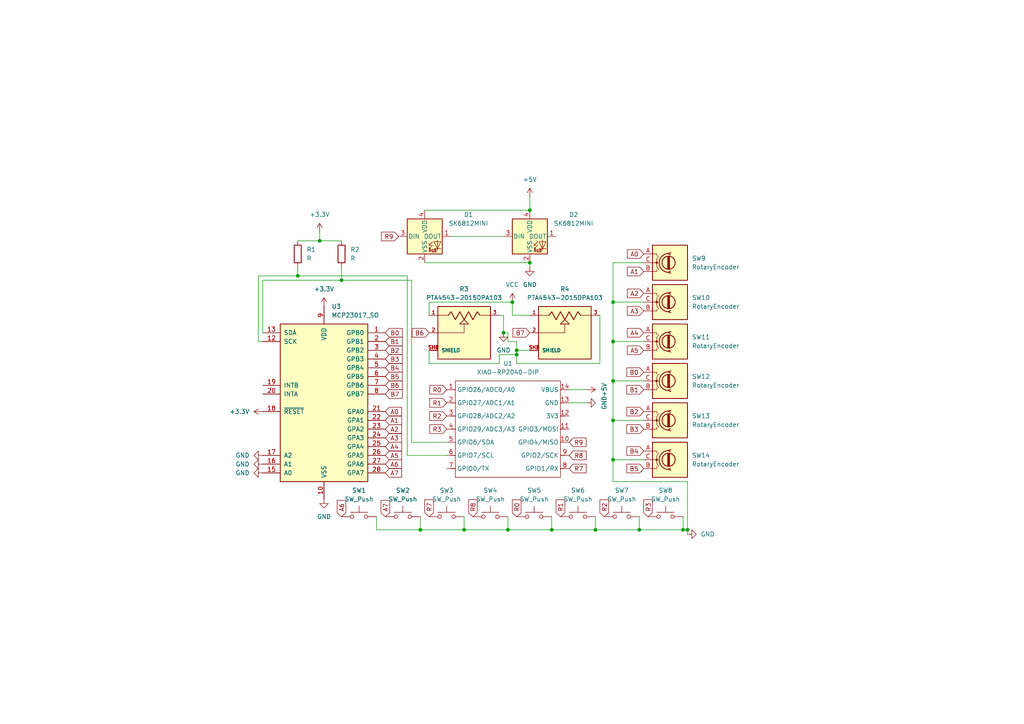
<source format=kicad_sch>
(kicad_sch (version 20231120) (generator "eeschema") (generator_version "8.0")
  (paper "A4")
  (lib_symbols
    (symbol "Device:R" (pin_numbers hide) (pin_names (offset 0))
      (property "Reference" "R" (at 2.032 0 90))
      (property "Value" "R" (at 0 0 90))
      (symbol "R_0_1"
        (rectangle (start -1.016 -2.54) (end 1.016 2.54) (stroke (width 0.254)))
      )
      (symbol "R_1_1"
        (pin passive line (at 0 3.81 270) (length 1.27) (name "~") (number "1"))
        (pin passive line (at 0 -3.81 90) (length 1.27) (name "~") (number "2"))
      )
    )
    (symbol "Device:RotaryEncoder" (pin_names (offset 0.254) hide)
      (property "Reference" "SW" (at 0 6.604 0))
      (property "Value" "RotaryEncoder" (at 0 -6.604 0))
      (symbol "RotaryEncoder_0_1"
        (rectangle (start -5.08 5.08) (end 5.08 -5.08) (stroke (width 0.254)) (fill (type background)))
        (circle (center -3.81 0) (radius 0.254) (fill (type outline)))
        (circle (center -0.381 0) (radius 1.905) (stroke (width 0.254)))
        (arc (start -0.381 2.667) (mid -3.0988 -0.0635) (end -0.381 -2.794) (stroke (width 0.254)))
        (polyline (pts (xy -0.635 -1.778) (xy -0.635 1.778)) (stroke (width 0.254)))
        (polyline (pts (xy -0.381 -1.778) (xy -0.381 1.778)) (stroke (width 0.254)))
        (polyline (pts (xy -0.127 1.778) (xy -0.127 -1.778)) (stroke (width 0.254)))
        (polyline (pts (xy -5.08 -2.54) (xy -3.81 -2.54) (xy -3.81 -2.032)))
        (polyline (pts (xy -5.08 2.54) (xy -3.81 2.54) (xy -3.81 2.032)))
        (polyline (pts (xy 0.254 -3.048) (xy -0.508 -2.794) (xy 0.127 -2.413)) (stroke (width 0.254)))
        (polyline (pts (xy 0.254 2.921) (xy -0.508 2.667) (xy 0.127 2.286)) (stroke (width 0.254)))
        (polyline (pts (xy -5.08 0) (xy -3.81 0) (xy -3.81 -1.016) (xy -3.302 -2.032)))
        (polyline (pts (xy -4.318 0) (xy -3.81 0) (xy -3.81 1.016) (xy -3.302 2.032)))
      )
      (symbol "RotaryEncoder_1_1"
        (pin passive line (at -7.62 2.54 0) (length 2.54) (name "A") (number "A"))
        (pin passive line (at -7.62 -2.54 0) (length 2.54) (name "B") (number "B"))
        (pin passive line (at -7.62 0 0) (length 2.54) (name "C") (number "C"))
      )
    )
    (symbol "Interface_Expansion:MCP23017_SO" (pin_names (offset 1.016))
      (property "Reference" "U" (at -11.43 24.13 0))
      (property "Value" "MCP23017_SO" (at 0 0 0))
      (symbol "MCP23017_SO_0_1"
        (rectangle (start -12.7 22.86) (end 12.7 -22.86) (stroke (width 0.254)) (fill (type background)))
      )
      (symbol "MCP23017_SO_1_1"
        (pin bidirectional line (at 17.78 20.32 180) (length 5.08) (name "GPB0") (number "1"))
        (pin power_in line (at 0 -27.94 90) (length 5.08) (name "VSS") (number "10"))
        (pin no_connect line (at -12.7 15.24 0) (length 5.08) hide (name "NC") (number "11"))
        (pin input line (at -17.78 17.78 0) (length 5.08) (name "SCK") (number "12"))
        (pin bidirectional line (at -17.78 20.32 0) (length 5.08) (name "SDA") (number "13"))
        (pin no_connect line (at -12.7 12.7 0) (length 5.08) hide (name "NC") (number "14"))
        (pin input line (at -17.78 -20.32 0) (length 5.08) (name "A0") (number "15"))
        (pin input line (at -17.78 -17.78 0) (length 5.08) (name "A1") (number "16"))
        (pin input line (at -17.78 -15.24 0) (length 5.08) (name "A2") (number "17"))
        (pin input line (at -17.78 -2.54 0) (length 5.08) (name "~{RESET}") (number "18"))
        (pin tri_state line (at -17.78 5.08 0) (length 5.08) (name "INTB") (number "19"))
        (pin bidirectional line (at 17.78 17.78 180) (length 5.08) (name "GPB1") (number "2"))
        (pin tri_state line (at -17.78 2.54 0) (length 5.08) (name "INTA") (number "20"))
        (pin bidirectional line (at 17.78 -2.54 180) (length 5.08) (name "GPA0") (number "21"))
        (pin bidirectional line (at 17.78 -5.08 180) (length 5.08) (name "GPA1") (number "22"))
        (pin bidirectional line (at 17.78 -7.62 180) (length 5.08) (name "GPA2") (number "23"))
        (pin bidirectional line (at 17.78 -10.16 180) (length 5.08) (name "GPA3") (number "24"))
        (pin bidirectional line (at 17.78 -12.7 180) (length 5.08) (name "GPA4") (number "25"))
        (pin bidirectional line (at 17.78 -15.24 180) (length 5.08) (name "GPA5") (number "26"))
        (pin bidirectional line (at 17.78 -17.78 180) (length 5.08) (name "GPA6") (number "27"))
        (pin output line (at 17.78 -20.32 180) (length 5.08) (name "GPA7") (number "28"))
        (pin bidirectional line (at 17.78 15.24 180) (length 5.08) (name "GPB2") (number "3"))
        (pin bidirectional line (at 17.78 12.7 180) (length 5.08) (name "GPB3") (number "4"))
        (pin bidirectional line (at 17.78 10.16 180) (length 5.08) (name "GPB4") (number "5"))
        (pin bidirectional line (at 17.78 7.62 180) (length 5.08) (name "GPB5") (number "6"))
        (pin bidirectional line (at 17.78 5.08 180) (length 5.08) (name "GPB6") (number "7"))
        (pin output line (at 17.78 2.54 180) (length 5.08) (name "GPB7") (number "8"))
        (pin power_in line (at 0 27.94 270) (length 5.08) (name "VDD") (number "9"))
      )
    )
    (symbol "LED:SK6812MINI" (pin_names (offset 0.254))
      (property "Reference" "D" (at 5.08 5.715 0))
      (property "Value" "SK6812MINI" (at 1.27 -5.715 0))
      (symbol "SK6812MINI_0_0"
        (text "RGB" (at 2.286 -4.191 0) (effects (font (size 0.762 0.762))))
      )
      (symbol "SK6812MINI_0_1"
        (polyline (pts (xy 1.27 -3.556) (xy 1.778 -3.556)))
        (polyline (pts (xy 1.27 -2.54) (xy 1.778 -2.54)))
        (polyline (pts (xy 4.699 -3.556) (xy 2.667 -3.556)))
        (polyline (pts (xy 2.286 -2.54) (xy 1.27 -3.556) (xy 1.27 -3.048)))
        (polyline (pts (xy 2.286 -1.524) (xy 1.27 -2.54) (xy 1.27 -2.032)))
        (polyline (pts (xy 3.683 -1.016) (xy 3.683 -3.556) (xy 3.683 -4.064)))
        (polyline (pts (xy 4.699 -1.524) (xy 2.667 -1.524) (xy 3.683 -3.556) (xy 4.699 -1.524)))
        (rectangle (start 5.08 5.08) (end -5.08 -5.08) (stroke (width 0.254)) (fill (type background)))
      )
      (symbol "SK6812MINI_1_1"
        (pin output line (at 7.62 0 180) (length 2.54) (name "DOUT") (number "1"))
        (pin power_in line (at 0 -7.62 90) (length 2.54) (name "VSS") (number "2"))
        (pin input line (at -7.62 0 0) (length 2.54) (name "DIN") (number "3"))
        (pin power_in line (at 0 7.62 270) (length 2.54) (name "VDD") (number "4"))
      )
    )
    (symbol "OPL:PTA4543-2015DPA103" (pin_names (offset 1.016))
      (property "Reference" "R" (at -7.62 8.382 0))
      (property "Value" "PTA4543-2015DPA103" (at -7.62 -10.16 0))
      (symbol "PTA4543-2015DPA103_0_0"
        (rectangle (start -7.62 -7.62) (end 7.62 7.62) (stroke (width 0.254)) (fill (type background)))
        (polyline (pts (xy -7.62 5.08) (xy -4.572 5.08)) (stroke (width 0.1524)))
        (polyline (pts (xy -4.572 5.08) (xy -3.81 6.096)) (stroke (width 0.254)))
        (polyline (pts (xy -3.81 6.096) (xy -2.54 3.81)) (stroke (width 0.254)))
        (polyline (pts (xy -2.54 3.81) (xy -1.27 6.096)) (stroke (width 0.254)))
        (polyline (pts (xy -1.27 2.54) (xy 0 3.81)) (stroke (width 0.2032)))
        (polyline (pts (xy -1.27 6.096) (xy 0 3.81)) (stroke (width 0.254)))
        (polyline (pts (xy 0 0) (xy -7.62 0)) (stroke (width 0.1524)))
        (polyline (pts (xy 0 2.54) (xy -1.27 2.54)) (stroke (width 0.2032)))
        (polyline (pts (xy 0 2.54) (xy 0 0)) (stroke (width 0.1524)))
        (polyline (pts (xy 0 3.81) (xy 1.27 2.54)) (stroke (width 0.2032)))
        (polyline (pts (xy 0 3.81) (xy 1.27 6.096)) (stroke (width 0.254)))
        (polyline (pts (xy 1.27 2.54) (xy 0 2.54)) (stroke (width 0.2032)))
        (polyline (pts (xy 1.27 6.096) (xy 2.54 3.81)) (stroke (width 0.254)))
        (polyline (pts (xy 2.54 3.81) (xy 3.81 6.096)) (stroke (width 0.254)))
        (polyline (pts (xy 3.81 6.096) (xy 4.572 5.08)) (stroke (width 0.254)))
        (polyline (pts (xy 4.572 5.08) (xy 7.62 5.08)) (stroke (width 0.1524)))
        (pin passive line (at -10.16 5.08 0) (length 2.54) (name "~") (number "1"))
        (pin passive line (at -10.16 0 0) (length 2.54) (name "~") (number "2"))
        (pin passive line (at 10.16 5.08 180) (length 2.54) (name "~") (number "3"))
        (pin passive line (at -10.16 -5.08 0) (length 2.54) (name "SHIELD") (number "SH1"))
        (pin passive line (at -10.16 -5.08 0) (length 2.54) (name "SHIELD") (number "SH2"))
        (pin passive line (at -10.16 -5.08 0) (length 2.54) (name "SHIELD") (number "SH3"))
        (pin passive line (at -10.16 -5.08 0) (length 2.54) (name "SHIELD") (number "SH4"))
      )
    )
    (symbol "OPL:XIAO-RP2040-DIP"
      (property "Reference" "U" (at 0 0 0))
      (property "Value" "XIAO-RP2040-DIP" (at 5.334 -1.778 0))
      (symbol "XIAO-RP2040-DIP_1_0"
        (polyline (pts (xy -1.27 -30.48) (xy -1.27 -16.51)) (stroke (width 0.1524)))
        (polyline (pts (xy -1.27 -27.94) (xy -2.54 -27.94)) (stroke (width 0.1524)))
        (polyline (pts (xy -1.27 -24.13) (xy -2.54 -24.13)) (stroke (width 0.1524)))
        (polyline (pts (xy -1.27 -20.32) (xy -2.54 -20.32)) (stroke (width 0.1524)))
        (polyline (pts (xy -1.27 -16.51) (xy -2.54 -16.51)) (stroke (width 0.1524)))
        (polyline (pts (xy -1.27 -16.51) (xy -1.27 -12.7)) (stroke (width 0.1524)))
        (polyline (pts (xy -1.27 -12.7) (xy -2.54 -12.7)) (stroke (width 0.1524)))
        (polyline (pts (xy -1.27 -12.7) (xy -1.27 -8.89)) (stroke (width 0.1524)))
        (polyline (pts (xy -1.27 -8.89) (xy -2.54 -8.89)) (stroke (width 0.1524)))
        (polyline (pts (xy -1.27 -8.89) (xy -1.27 -5.08)) (stroke (width 0.1524)))
        (polyline (pts (xy -1.27 -5.08) (xy -2.54 -5.08)) (stroke (width 0.1524)))
        (polyline (pts (xy -1.27 -5.08) (xy -1.27 -2.54)) (stroke (width 0.1524)))
        (polyline (pts (xy -1.27 -2.54) (xy 29.21 -2.54)) (stroke (width 0.1524)))
        (polyline (pts (xy 29.21 -30.48) (xy -1.27 -30.48)) (stroke (width 0.1524)))
        (polyline (pts (xy 29.21 -12.7) (xy 29.21 -30.48)) (stroke (width 0.1524)))
        (polyline (pts (xy 29.21 -8.89) (xy 29.21 -12.7)) (stroke (width 0.1524)))
        (polyline (pts (xy 29.21 -5.08) (xy 29.21 -8.89)) (stroke (width 0.1524)))
        (polyline (pts (xy 29.21 -2.54) (xy 29.21 -5.08)) (stroke (width 0.1524)))
        (polyline (pts (xy 30.48 -27.94) (xy 29.21 -27.94)) (stroke (width 0.1524)))
        (polyline (pts (xy 30.48 -24.13) (xy 29.21 -24.13)) (stroke (width 0.1524)))
        (polyline (pts (xy 30.48 -20.32) (xy 29.21 -20.32)) (stroke (width 0.1524)))
        (polyline (pts (xy 30.48 -16.51) (xy 29.21 -16.51)) (stroke (width 0.1524)))
        (polyline (pts (xy 30.48 -12.7) (xy 29.21 -12.7)) (stroke (width 0.1524)))
        (polyline (pts (xy 30.48 -8.89) (xy 29.21 -8.89)) (stroke (width 0.1524)))
        (polyline (pts (xy 30.48 -5.08) (xy 29.21 -5.08)) (stroke (width 0.1524)))
        (pin passive line (at -3.81 -5.08 0) (length 2.54) (name "GPIO26/ADC0/A0") (number "1"))
        (pin passive line (at 31.75 -20.32 180) (length 2.54) (name "GPIO4/MISO") (number "10"))
        (pin passive line (at 31.75 -16.51 180) (length 2.54) (name "GPIO3/MOSI") (number "11"))
        (pin passive line (at 31.75 -12.7 180) (length 2.54) (name "3V3") (number "12"))
        (pin passive line (at 31.75 -8.89 180) (length 2.54) (name "GND") (number "13"))
        (pin passive line (at 31.75 -5.08 180) (length 2.54) (name "VBUS") (number "14"))
        (pin passive line (at -3.81 -8.89 0) (length 2.54) (name "GPIO27/ADC1/A1") (number "2"))
        (pin passive line (at -3.81 -12.7 0) (length 2.54) (name "GPIO28/ADC2/A2") (number "3"))
        (pin passive line (at -3.81 -16.51 0) (length 2.54) (name "GPIO29/ADC3/A3") (number "4"))
        (pin passive line (at -3.81 -20.32 0) (length 2.54) (name "GPIO6/SDA") (number "5"))
        (pin passive line (at -3.81 -24.13 0) (length 2.54) (name "GPIO7/SCL") (number "6"))
        (pin passive line (at -3.81 -27.94 0) (length 2.54) (name "GPIO0/TX") (number "7"))
        (pin passive line (at 31.75 -27.94 180) (length 2.54) (name "GPIO1/RX") (number "8"))
        (pin passive line (at 31.75 -24.13 180) (length 2.54) (name "GPIO2/SCK") (number "9"))
      )
    )
    (symbol "Switch:SW_Push" (pin_numbers hide) (pin_names (offset 1.016) hide)
      (property "Reference" "SW" (at 1.27 2.54 0))
      (property "Value" "SW_Push" (at 0 -1.524 0))
      (symbol "SW_Push_0_1"
        (circle (center -2.032 0) (radius 0.508))
        (polyline (pts (xy 0 1.27) (xy 0 3.048)))
        (polyline (pts (xy 2.54 1.27) (xy -2.54 1.27)))
        (circle (center 2.032 0) (radius 0.508))
        (pin passive line (at -5.08 0 0) (length 2.54) (name "1") (number "1"))
        (pin passive line (at 5.08 0 180) (length 2.54) (name "2") (number "2"))
      )
    )
    (symbol "power:+3.3V" (power) (pin_numbers hide) (pin_names (offset 0) hide)
      (property "Value" "+3.3V" (at 0 3.556 0))
      (symbol "+3.3V_0_1"
        (polyline (pts (xy -0.762 1.27) (xy 0 2.54)))
        (polyline (pts (xy 0 0) (xy 0 2.54)))
        (polyline (pts (xy 0 2.54) (xy 0.762 1.27)))
      )
      (symbol "+3.3V_1_1"
        (pin power_in line (at 0 0 90) (length 0) (name "~") (number "1"))
      )
    )
    (symbol "power:+5V" (power) (pin_numbers hide) (pin_names (offset 0) hide)
      (property "Value" "+5V" (at 0 3.556 0))
      (symbol "+5V_0_1"
        (polyline (pts (xy -0.762 1.27) (xy 0 2.54)))
        (polyline (pts (xy 0 0) (xy 0 2.54)))
        (polyline (pts (xy 0 2.54) (xy 0.762 1.27)))
      )
      (symbol "+5V_1_1"
        (pin power_in line (at 0 0 90) (length 0) (name "~") (number "1"))
      )
    )
    (symbol "power:GND" (power) (pin_numbers hide) (pin_names (offset 0) hide)
      (property "Value" "GND" (at 0 -3.81 0))
      (symbol "GND_0_1"
        (polyline (pts (xy 0 0) (xy 0 -1.27) (xy 1.27 -1.27) (xy 0 -2.54) (xy -1.27 -1.27) (xy 0 -1.27)))
      )
      (symbol "GND_1_1"
        (pin power_in line (at 0 0 270) (length 0) (name "~") (number "1"))
      )
    )
    (symbol "power:VCC" (power) (pin_numbers hide) (pin_names (offset 0) hide)
      (property "Value" "VCC" (at 0 3.556 0))
      (symbol "VCC_0_1"
        (polyline (pts (xy -0.762 1.27) (xy 0 2.54)))
        (polyline (pts (xy 0 0) (xy 0 2.54)))
        (polyline (pts (xy 0 2.54) (xy 0.762 1.27)))
      )
      (symbol "VCC_1_1"
        (pin power_in line (at 0 0 90) (length 0) (name "~") (number "1"))
      )
    )
  )
  (junction (at 153.67 76.2))
  (junction (at 134.62 153.67))
  (junction (at 92.71 69.85))
  (junction (at 177.8 133.35))
  (junction (at 185.42 153.67))
  (junction (at 149.86 101.6))
  (junction (at 121.92 153.67))
  (junction (at 153.67 60.96))
  (junction (at 177.8 87.63))
  (junction (at 99.06 81.28))
  (junction (at 199.39 153.67))
  (junction (at 160.02 153.67))
  (junction (at 148.59 87.63))
  (junction (at 172.72 153.67))
  (junction (at 198.12 153.67))
  (junction (at 146.05 96.52))
  (junction (at 149.86 102.87))
  (junction (at 86.36 80.01))
  (junction (at 177.8 110.49))
  (junction (at 177.8 99.06))
  (junction (at 177.8 121.92))
  (junction (at 147.32 153.67))
  (wire (pts (xy 124.46 105.41) (xy 144.78 105.41)))
  (wire (pts (xy 185.42 149.86) (xy 185.42 153.67)))
  (wire (pts (xy 109.22 153.67) (xy 121.92 153.67)))
  (wire (pts (xy 198.12 149.86) (xy 198.12 153.67)))
  (wire (pts (xy 173.99 105.41) (xy 149.86 105.41)))
  (wire (pts (xy 134.62 153.67) (xy 147.32 153.67)))
  (wire (pts (xy 123.19 76.2) (xy 153.67 76.2)))
  (wire (pts (xy 149.86 101.6) (xy 153.67 101.6)))
  (wire (pts (xy 147.32 96.52) (xy 146.05 96.52)))
  (wire (pts (xy 92.71 69.85) (xy 92.71 67.31)))
  (wire (pts (xy 144.78 91.44) (xy 146.05 91.44)))
  (wire (pts (xy 177.8 99.06) (xy 177.8 110.49)))
  (wire (pts (xy 134.62 149.86) (xy 134.62 153.67)))
  (wire (pts (xy 146.05 91.44) (xy 146.05 96.52)))
  (wire (pts (xy 109.22 149.86) (xy 109.22 153.67)))
  (wire (pts (xy 199.39 153.67) (xy 199.39 154.94)))
  (wire (pts (xy 74.93 80.01) (xy 86.36 80.01)))
  (wire (pts (xy 147.32 149.86) (xy 147.32 153.67)))
  (wire (pts (xy 121.92 149.86) (xy 121.92 153.67)))
  (wire (pts (xy 148.59 91.44) (xy 148.59 87.63)))
  (wire (pts (xy 76.2 81.28) (xy 99.06 81.28)))
  (wire (pts (xy 165.1 116.84) (xy 170.18 116.84)))
  (wire (pts (xy 99.06 81.28) (xy 119.38 81.28)))
  (wire (pts (xy 119.38 81.28) (xy 119.38 128.27)))
  (wire (pts (xy 149.86 105.41) (xy 149.86 102.87)))
  (wire (pts (xy 147.32 153.67) (xy 160.02 153.67)))
  (wire (pts (xy 177.8 133.35) (xy 177.8 139.7)))
  (wire (pts (xy 172.72 153.67) (xy 185.42 153.67)))
  (wire (pts (xy 172.72 149.86) (xy 172.72 153.67)))
  (wire (pts (xy 123.19 60.96) (xy 153.67 60.96)))
  (wire (pts (xy 124.46 87.63) (xy 148.59 87.63)))
  (wire (pts (xy 177.8 99.06) (xy 186.69 99.06)))
  (wire (pts (xy 160.02 153.67) (xy 172.72 153.67)))
  (wire (pts (xy 199.39 139.7) (xy 199.39 153.67)))
  (wire (pts (xy 144.78 105.41) (xy 144.78 102.87)))
  (wire (pts (xy 149.86 99.06) (xy 147.32 99.06)))
  (wire (pts (xy 76.2 99.06) (xy 74.93 99.06)))
  (wire (pts (xy 99.06 69.85) (xy 92.71 69.85)))
  (wire (pts (xy 173.99 91.44) (xy 173.99 105.41)))
  (wire (pts (xy 153.67 76.2) (xy 153.67 77.47)))
  (wire (pts (xy 118.11 80.01) (xy 118.11 132.08)))
  (wire (pts (xy 165.1 113.03) (xy 170.18 113.03)))
  (wire (pts (xy 74.93 99.06) (xy 74.93 80.01)))
  (wire (pts (xy 177.8 110.49) (xy 186.69 110.49)))
  (wire (pts (xy 177.8 87.63) (xy 177.8 99.06)))
  (wire (pts (xy 86.36 80.01) (xy 118.11 80.01)))
  (wire (pts (xy 86.36 77.47) (xy 86.36 80.01)))
  (wire (pts (xy 86.36 69.85) (xy 92.71 69.85)))
  (wire (pts (xy 186.69 76.2) (xy 177.8 76.2)))
  (wire (pts (xy 118.11 132.08) (xy 129.54 132.08)))
  (wire (pts (xy 121.92 153.67) (xy 134.62 153.67)))
  (wire (pts (xy 177.8 139.7) (xy 199.39 139.7)))
  (wire (pts (xy 119.38 128.27) (xy 129.54 128.27)))
  (wire (pts (xy 153.67 60.96) (xy 153.67 57.15)))
  (wire (pts (xy 177.8 110.49) (xy 177.8 121.92)))
  (wire (pts (xy 153.67 91.44) (xy 148.59 91.44)))
  (wire (pts (xy 160.02 149.86) (xy 160.02 153.67)))
  (wire (pts (xy 149.86 101.6) (xy 149.86 99.06)))
  (wire (pts (xy 177.8 121.92) (xy 186.69 121.92)))
  (wire (pts (xy 177.8 87.63) (xy 186.69 87.63)))
  (wire (pts (xy 185.42 153.67) (xy 198.12 153.67)))
  (wire (pts (xy 198.12 153.67) (xy 199.39 153.67)))
  (wire (pts (xy 177.8 121.92) (xy 177.8 133.35)))
  (wire (pts (xy 186.69 133.35) (xy 177.8 133.35)))
  (wire (pts (xy 147.32 99.06) (xy 147.32 96.52)))
  (wire (pts (xy 144.78 102.87) (xy 149.86 102.87)))
  (wire (pts (xy 177.8 76.2) (xy 177.8 87.63)))
  (wire (pts (xy 130.81 68.58) (xy 146.05 68.58)))
  (wire (pts (xy 124.46 101.6) (xy 124.46 105.41)))
  (wire (pts (xy 99.06 77.47) (xy 99.06 81.28)))
  (wire (pts (xy 124.46 91.44) (xy 124.46 87.63)))
  (wire (pts (xy 149.86 102.87) (xy 149.86 101.6)))
  (wire (pts (xy 76.2 96.52) (xy 76.2 81.28)))
  (global_label "B1" (shape input) (at 186.69 113.03 180) (property "Intersheetrefs" "${INTERSHEET_REFS}" (effects (hide yes))))
  (global_label "B0" (shape input) (at 111.76 96.52 0) (property "Intersheetrefs" "${INTERSHEET_REFS}" (effects (hide yes))))
  (global_label "B5" (shape input) (at 111.76 109.22 0) (property "Intersheetrefs" "${INTERSHEET_REFS}" (effects (hide yes))))
  (global_label "B1" (shape input) (at 111.76 99.06 0) (property "Intersheetrefs" "${INTERSHEET_REFS}" (effects (hide yes))))
  (global_label "A0" (shape input) (at 111.76 119.38 0) (property "Intersheetrefs" "${INTERSHEET_REFS}" (effects (hide yes))))
  (global_label "B4" (shape input) (at 186.69 130.81 180) (property "Intersheetrefs" "${INTERSHEET_REFS}" (effects (hide yes))))
  (global_label "R7" (shape input) (at 165.1 135.89 0) (property "Intersheetrefs" "${INTERSHEET_REFS}" (effects (hide yes))))
  (global_label "A2" (shape input) (at 186.69 85.09 180) (property "Intersheetrefs" "${INTERSHEET_REFS}" (effects (hide yes))))
  (global_label "R7" (shape input) (at 124.46 149.86 90) (property "Intersheetrefs" "${INTERSHEET_REFS}" (effects (hide yes))))
  (global_label "B6" (shape input) (at 111.76 111.76 0) (property "Intersheetrefs" "${INTERSHEET_REFS}" (effects (hide yes))))
  (global_label "A0" (shape input) (at 186.69 73.66 180) (property "Intersheetrefs" "${INTERSHEET_REFS}" (effects (hide yes))))
  (global_label "A4" (shape input) (at 186.69 96.52 180) (property "Intersheetrefs" "${INTERSHEET_REFS}" (effects (hide yes))))
  (global_label "A3" (shape input) (at 186.69 90.17 180) (property "Intersheetrefs" "${INTERSHEET_REFS}" (effects (hide yes))))
  (global_label "R0" (shape input) (at 149.86 149.86 90) (property "Intersheetrefs" "${INTERSHEET_REFS}" (effects (hide yes))))
  (global_label "B3" (shape input) (at 186.69 124.46 180) (property "Intersheetrefs" "${INTERSHEET_REFS}" (effects (hide yes))))
  (global_label "A2" (shape input) (at 111.76 124.46 0) (property "Intersheetrefs" "${INTERSHEET_REFS}" (effects (hide yes))))
  (global_label "B3" (shape input) (at 111.76 104.14 0) (property "Intersheetrefs" "${INTERSHEET_REFS}" (effects (hide yes))))
  (global_label "A7" (shape input) (at 111.76 149.86 90) (property "Intersheetrefs" "${INTERSHEET_REFS}" (effects (hide yes))))
  (global_label "B7" (shape input) (at 111.76 114.3 0) (property "Intersheetrefs" "${INTERSHEET_REFS}" (effects (hide yes))))
  (global_label "A1" (shape input) (at 186.69 78.74 180) (property "Intersheetrefs" "${INTERSHEET_REFS}" (effects (hide yes))))
  (global_label "R8" (shape input) (at 137.16 149.86 90) (property "Intersheetrefs" "${INTERSHEET_REFS}" (effects (hide yes))))
  (global_label "R8" (shape input) (at 165.1 132.08 0) (property "Intersheetrefs" "${INTERSHEET_REFS}" (effects (hide yes))))
  (global_label "A5" (shape input) (at 186.69 101.6 180) (property "Intersheetrefs" "${INTERSHEET_REFS}" (effects (hide yes))))
  (global_label "R1" (shape input) (at 129.54 116.84 180) (property "Intersheetrefs" "${INTERSHEET_REFS}" (effects (hide yes))))
  (global_label "B6" (shape input) (at 124.46 96.52 180) (property "Intersheetrefs" "${INTERSHEET_REFS}" (effects (hide yes))))
  (global_label "R3" (shape input) (at 129.54 124.46 180) (property "Intersheetrefs" "${INTERSHEET_REFS}" (effects (hide yes))))
  (global_label "R1" (shape input) (at 162.56 149.86 90) (property "Intersheetrefs" "${INTERSHEET_REFS}" (effects (hide yes))))
  (global_label "R9" (shape input) (at 165.1 128.27 0) (property "Intersheetrefs" "${INTERSHEET_REFS}" (effects (hide yes))))
  (global_label "R9" (shape input) (at 115.57 68.58 180) (property "Intersheetrefs" "${INTERSHEET_REFS}" (effects (hide yes))))
  (global_label "B5" (shape input) (at 186.69 135.89 180) (property "Intersheetrefs" "${INTERSHEET_REFS}" (effects (hide yes))))
  (global_label "A6" (shape input) (at 111.76 134.62 0) (property "Intersheetrefs" "${INTERSHEET_REFS}" (effects (hide yes))))
  (global_label "B0" (shape input) (at 186.69 107.95 180) (property "Intersheetrefs" "${INTERSHEET_REFS}" (effects (hide yes))))
  (global_label "R0" (shape input) (at 129.54 113.03 180) (property "Intersheetrefs" "${INTERSHEET_REFS}" (effects (hide yes))))
  (global_label "B2" (shape input) (at 186.69 119.38 180) (property "Intersheetrefs" "${INTERSHEET_REFS}" (effects (hide yes))))
  (global_label "B7" (shape input) (at 153.67 96.52 180) (property "Intersheetrefs" "${INTERSHEET_REFS}" (effects (hide yes))))
  (global_label "A6" (shape input) (at 99.06 149.86 90) (property "Intersheetrefs" "${INTERSHEET_REFS}" (effects (hide yes))))
  (global_label "B2" (shape input) (at 111.76 101.6 0) (property "Intersheetrefs" "${INTERSHEET_REFS}" (effects (hide yes))))
  (global_label "B4" (shape input) (at 111.76 106.68 0) (property "Intersheetrefs" "${INTERSHEET_REFS}" (effects (hide yes))))
  (global_label "R3" (shape input) (at 187.96 149.86 90) (property "Intersheetrefs" "${INTERSHEET_REFS}" (effects (hide yes))))
  (global_label "A5" (shape input) (at 111.76 132.08 0) (property "Intersheetrefs" "${INTERSHEET_REFS}" (effects (hide yes))))
  (global_label "R2" (shape input) (at 175.26 149.86 90) (property "Intersheetrefs" "${INTERSHEET_REFS}" (effects (hide yes))))
  (global_label "A7" (shape input) (at 111.76 137.16 0) (property "Intersheetrefs" "${INTERSHEET_REFS}" (effects (hide yes))))
  (global_label "A1" (shape input) (at 111.76 121.92 0) (property "Intersheetrefs" "${INTERSHEET_REFS}" (effects (hide yes))))
  (global_label "R2" (shape input) (at 129.54 120.65 180) (property "Intersheetrefs" "${INTERSHEET_REFS}" (effects (hide yes))))
  (global_label "A4" (shape input) (at 111.76 129.54 0) (property "Intersheetrefs" "${INTERSHEET_REFS}" (effects (hide yes))))
  (global_label "A3" (shape input) (at 111.76 127 0) (property "Intersheetrefs" "${INTERSHEET_REFS}" (effects (hide yes))))
  (symbol (lib_id "power:GND") (at 153.67 77.47 0) (unit 1)
    (property "Reference" "#PWR03" (effects (hide yes)))
    (property "Value" "GND" (at 153.67 82.55 0))
    (property "Description" "Power symbol creates a global label with name \"GND\" , ground" (effects (hide yes)))
  )
  (symbol (lib_id "Switch:SW_Push") (at 142.24 149.86 0) (unit 1)
    (property "Reference" "SW4" (at 142.24 142.24 0))
    (property "Value" "SW_Push" (at 142.24 144.78 0))
    (property "Footprint" "OPL:SW_Cherry_MX_1.00u_PCB" (effects (hide yes)))
    (property "Description" "Push button switch, generic, two pins" (effects (hide yes)))
  )
  (symbol (lib_id "Switch:SW_Push") (at 193.04 149.86 0) (unit 1)
    (property "Reference" "SW8" (at 193.04 142.24 0))
    (property "Value" "SW_Push" (at 193.04 144.78 0))
    (property "Footprint" "OPL:SW_Cherry_MX_1.00u_PCB" (effects (hide yes)))
    (property "Description" "Push button switch, generic, two pins" (effects (hide yes)))
  )
  (symbol (lib_id "Interface_Expansion:MCP23017_SO") (at 93.98 116.84 0) (unit 1)
    (property "Reference" "U3" (at 96.1741 88.9 0) (effects (justify left)))
    (property "Value" "MCP23017_SO" (at 96.1741 91.44 0) (effects (justify left)))
    (property "Footprint" "Package_SO:SOIC-28W_7.5x17.9mm_P1.27mm" (effects (hide yes)))
    (property "Datasheet" "https://ww1.microchip.com/downloads/aemDocuments/documents/APID/ProductDocuments/DataSheets/MCP23017-Data-Sheet-DS20001952.pdf" (effects (hide yes)))
    (property "Description" "16-bit I/O expander, I2C, interrupts, w pull-ups, GPA/B7 output only (https://microchip.my.site.com/s/article/GPA7---GPB7-Cannot-Be-Used-as-Inputs-In-MCP23017),  SOIC-28" (effects (hide yes)))
  )
  (symbol (lib_id "OPL:PTA4543-2015DPA103") (at 163.83 96.52 0) (unit 1)
    (property "Reference" "R4" (at 163.83 83.82 0))
    (property "Value" "PTA4543-2015DPA103" (at 163.83 86.36 0))
    (property "Footprint" "OPL:TRIM_PTA4543-2015DPA103" (effects (hide yes)))
    (property "MF" "Bourns" (effects (hide yes)))
    (property "MAXIMUM_PACKAGE_HEIGHT" "21.5mm" (effects (hide yes)))
    (property "Package" "None" (effects (hide yes)))
    (property "Price" "None" (effects (hide yes)))
    (property "Check_prices" "https://www.snapeda.com/parts/PTA4543-2015DPA103/Bourns/view-part/?ref=eda" (effects (hide yes)))
    (property "STANDARD" "Manufacturer Recommendations" (effects (hide yes)))
    (property "PARTREV" "04/21" (effects (hide yes)))
    (property "SnapEDA_Link" "https://www.snapeda.com/parts/PTA4543-2015DPA103/Bourns/view-part/?ref=snap" (effects (hide yes)))
    (property "MP" "PTA4543-2015DPA103" (effects (hide yes)))
    (property "Description_1" "\n                        \n                            10 kOhms 0.125W, 1/8W Through Hole Slide Potentiometer Top Adjustment Type\n                        \n" (effects (hide yes)))
    (property "Availability" "In Stock" (effects (hide yes)))
    (property "MANUFACTURER" "Bourns" (effects (hide yes)))
  )
  (symbol (lib_id "power:+5V") (at 153.67 57.15 0) (unit 1)
    (property "Reference" "#PWR04" (effects (hide yes)))
    (property "Value" "+5V" (at 153.67 52.07 0))
    (property "Description" "Power symbol creates a global label with name \"+5V\"" (effects (hide yes)))
  )
  (symbol (lib_id "Switch:SW_Push") (at 154.94 149.86 0) (unit 1)
    (property "Reference" "SW5" (at 154.94 142.24 0))
    (property "Value" "SW_Push" (at 154.94 144.78 0))
    (property "Footprint" "OPL:SW_Cherry_MX_1.00u_PCB" (effects (hide yes)))
    (property "Description" "Push button switch, generic, two pins" (effects (hide yes)))
  )
  (symbol (lib_id "power:VCC") (at 148.59 87.63 0) (unit 1)
    (property "Reference" "#PWR011" (effects (hide yes)))
    (property "Value" "VCC" (at 148.59 82.55 0))
    (property "Description" "Power symbol creates a global label with name \"VCC\"" (effects (hide yes)))
  )
  (symbol (lib_id "Switch:SW_Push") (at 116.84 149.86 0) (unit 1)
    (property "Reference" "SW2" (at 116.84 142.24 0))
    (property "Value" "SW_Push" (at 116.84 144.78 0))
    (property "Footprint" "OPL:SW_Cherry_MX_1.00u_PCB" (effects (hide yes)))
    (property "Description" "Push button switch, generic, two pins" (effects (hide yes)))
  )
  (symbol (lib_id "Device:RotaryEncoder") (at 194.31 121.92 0) (unit 1)
    (property "Reference" "SW13" (at 200.66 120.6499 0) (effects (justify left)))
    (property "Value" "RotaryEncoder" (at 200.66 123.1899 0) (effects (justify left)))
    (property "Footprint" "OPL:RotaryEncoder_Alps_EC11E_Vertical_H20mm" (effects (hide yes)))
    (property "Description" "Rotary encoder, dual channel, incremental quadrate outputs" (effects (hide yes)))
  )
  (symbol (lib_id "power:GND") (at 199.39 154.94 90) (unit 1)
    (property "Reference" "#PWR08" (effects (hide yes)))
    (property "Value" "GND" (at 203.2 154.9399 90) (effects (justify right)))
    (property "Description" "Power symbol creates a global label with name \"GND\" , ground" (effects (hide yes)))
  )
  (symbol (lib_id "power:GND") (at 76.2 134.62 270) (unit 1)
    (property "Reference" "#PWR06" (effects (hide yes)))
    (property "Value" "GND" (at 72.39 134.6199 90) (effects (justify right)))
    (property "Description" "Power symbol creates a global label with name \"GND\" , ground" (effects (hide yes)))
  )
  (symbol (lib_id "Switch:SW_Push") (at 129.54 149.86 0) (unit 1)
    (property "Reference" "SW3" (at 129.54 142.24 0))
    (property "Value" "SW_Push" (at 129.54 144.78 0))
    (property "Footprint" "OPL:SW_Cherry_MX_1.00u_PCB" (effects (hide yes)))
    (property "Description" "Push button switch, generic, two pins" (effects (hide yes)))
  )
  (symbol (lib_id "power:+3.3V") (at 93.98 88.9 0) (unit 1)
    (property "Reference" "#PWR014" (effects (hide yes)))
    (property "Value" "+3.3V" (at 93.98 83.82 0))
    (property "Description" "Power symbol creates a global label with name \"+3.3V\"" (effects (hide yes)))
  )
  (symbol (lib_id "Switch:SW_Push") (at 180.34 149.86 0) (unit 1)
    (property "Reference" "SW7" (at 180.34 142.24 0))
    (property "Value" "SW_Push" (at 180.34 144.78 0))
    (property "Footprint" "OPL:SW_Cherry_MX_1.00u_PCB" (effects (hide yes)))
    (property "Description" "Push button switch, generic, two pins" (effects (hide yes)))
  )
  (symbol (lib_id "Device:RotaryEncoder") (at 194.31 99.06 0) (unit 1)
    (property "Reference" "SW11" (at 200.66 97.7899 0) (effects (justify left)))
    (property "Value" "RotaryEncoder" (at 200.66 100.3299 0) (effects (justify left)))
    (property "Footprint" "OPL:RotaryEncoder_Alps_EC11E_Vertical_H20mm" (effects (hide yes)))
    (property "Description" "Rotary encoder, dual channel, incremental quadrate outputs" (effects (hide yes)))
  )
  (symbol (lib_id "Device:RotaryEncoder") (at 194.31 76.2 0) (unit 1)
    (property "Reference" "SW9" (at 200.66 74.9299 0) (effects (justify left)))
    (property "Value" "RotaryEncoder" (at 200.66 77.4699 0) (effects (justify left)))
    (property "Footprint" "OPL:RotaryEncoder_Alps_EC11E_Vertical_H20mm" (effects (hide yes)))
    (property "Description" "Rotary encoder, dual channel, incremental quadrate outputs" (effects (hide yes)))
  )
  (symbol (lib_id "OPL:PTA4543-2015DPA103") (at 134.62 96.52 0) (unit 1)
    (property "Reference" "R3" (at 134.62 83.82 0))
    (property "Value" "PTA4543-2015DPA103" (at 134.62 86.36 0))
    (property "Footprint" "OPL:TRIM_PTA4543-2015DPA103" (effects (hide yes)))
    (property "MF" "Bourns" (effects (hide yes)))
    (property "MAXIMUM_PACKAGE_HEIGHT" "21.5mm" (effects (hide yes)))
    (property "Package" "None" (effects (hide yes)))
    (property "Price" "None" (effects (hide yes)))
    (property "Check_prices" "https://www.snapeda.com/parts/PTA4543-2015DPA103/Bourns/view-part/?ref=eda" (effects (hide yes)))
    (property "STANDARD" "Manufacturer Recommendations" (effects (hide yes)))
    (property "PARTREV" "04/21" (effects (hide yes)))
    (property "SnapEDA_Link" "https://www.snapeda.com/parts/PTA4543-2015DPA103/Bourns/view-part/?ref=snap" (effects (hide yes)))
    (property "MP" "PTA4543-2015DPA103" (effects (hide yes)))
    (property "Description_1" "\n                        \n                            10 kOhms 0.125W, 1/8W Through Hole Slide Potentiometer Top Adjustment Type\n                        \n" (effects (hide yes)))
    (property "Availability" "In Stock" (effects (hide yes)))
    (property "MANUFACTURER" "Bourns" (effects (hide yes)))
  )
  (symbol (lib_id "OPL:XIAO-RP2040-DIP") (at 133.35 107.95 0) (unit 1)
    (property "Reference" "U1" (at 147.32 105.41 0))
    (property "Value" "XIAO-RP2040-DIP" (at 147.32 107.95 0))
    (property "Footprint" "OPL:XIAO-RP2040-DIP" (effects (hide yes)))
  )
  (symbol (lib_id "Device:R") (at 86.36 73.66 0) (unit 1)
    (property "Reference" "R1" (at 88.9 72.3899 0) (effects (justify left)))
    (property "Value" "R" (at 88.9 74.9299 0) (effects (justify left)))
    (property "Footprint" "Resistor_THT:R_Axial_DIN0204_L3.6mm_D1.6mm_P7.62mm_Horizontal" (effects (hide yes)))
    (property "Description" "Resistor" (effects (hide yes)))
  )
  (symbol (lib_id "power:GND") (at 76.2 132.08 270) (unit 1)
    (property "Reference" "#PWR07" (effects (hide yes)))
    (property "Value" "GND" (at 72.39 132.0799 90) (effects (justify right)))
    (property "Description" "Power symbol creates a global label with name \"GND\" , ground" (effects (hide yes)))
  )
  (symbol (lib_id "Switch:SW_Push") (at 167.64 149.86 0) (unit 1)
    (property "Reference" "SW6" (at 167.64 142.24 0))
    (property "Value" "SW_Push" (at 167.64 144.78 0))
    (property "Footprint" "OPL:SW_Cherry_MX_1.00u_PCB" (effects (hide yes)))
    (property "Description" "Push button switch, generic, two pins" (effects (hide yes)))
  )
  (symbol (lib_id "power:GND") (at 146.05 96.52 0) (unit 1)
    (property "Reference" "#PWR012" (effects (hide yes)))
    (property "Value" "GND" (at 146.05 101.6 0))
    (property "Description" "Power symbol creates a global label with name \"GND\" , ground" (effects (hide yes)))
  )
  (symbol (lib_id "Device:RotaryEncoder") (at 194.31 110.49 0) (unit 1)
    (property "Reference" "SW12" (at 200.66 109.2199 0) (effects (justify left)))
    (property "Value" "RotaryEncoder" (at 200.66 111.7599 0) (effects (justify left)))
    (property "Footprint" "OPL:RotaryEncoder_Alps_EC11E_Vertical_H20mm" (effects (hide yes)))
    (property "Description" "Rotary encoder, dual channel, incremental quadrate outputs" (effects (hide yes)))
  )
  (symbol (lib_id "power:GND") (at 170.18 116.84 90) (unit 1)
    (property "Reference" "#PWR02" (effects (hide yes)))
    (property "Value" "GND" (at 175.26 116.84 0))
    (property "Description" "Power symbol creates a global label with name \"GND\" , ground" (effects (hide yes)))
  )
  (symbol (lib_id "Device:RotaryEncoder") (at 194.31 87.63 0) (unit 1)
    (property "Reference" "SW10" (at 200.66 86.3599 0) (effects (justify left)))
    (property "Value" "RotaryEncoder" (at 200.66 88.8999 0) (effects (justify left)))
    (property "Footprint" "OPL:RotaryEncoder_Alps_EC11E_Vertical_H20mm" (effects (hide yes)))
    (property "Description" "Rotary encoder, dual channel, incremental quadrate outputs" (effects (hide yes)))
  )
  (symbol (lib_id "power:GND") (at 93.98 144.78 0) (unit 1)
    (property "Reference" "#PWR013" (effects (hide yes)))
    (property "Value" "GND" (at 93.98 149.86 0))
    (property "Description" "Power symbol creates a global label with name \"GND\" , ground" (effects (hide yes)))
  )
  (symbol (lib_id "power:+5V") (at 170.18 113.03 270) (unit 1)
    (property "Reference" "#PWR05" (effects (hide yes)))
    (property "Value" "+5V" (at 175.26 113.03 0))
    (property "Description" "Power symbol creates a global label with name \"+5V\"" (effects (hide yes)))
  )
  (symbol (lib_id "power:+3.3V") (at 92.71 67.31 0) (unit 1)
    (property "Reference" "#PWR010" (effects (hide yes)))
    (property "Value" "+3.3V" (at 92.71 62.23 0))
    (property "Description" "Power symbol creates a global label with name \"+3.3V\"" (effects (hide yes)))
  )
  (symbol (lib_id "Switch:SW_Push") (at 104.14 149.86 0) (unit 1)
    (property "Reference" "SW1" (at 104.14 142.24 0))
    (property "Value" "SW_Push" (at 104.14 144.78 0))
    (property "Footprint" "OPL:SW_Cherry_MX_1.00u_PCB" (effects (hide yes)))
    (property "Description" "Push button switch, generic, two pins" (effects (hide yes)))
  )
  (symbol (lib_id "Device:RotaryEncoder") (at 194.31 133.35 0) (unit 1)
    (property "Reference" "SW14" (at 200.66 132.0799 0) (effects (justify left)))
    (property "Value" "RotaryEncoder" (at 200.66 134.6199 0) (effects (justify left)))
    (property "Footprint" "OPL:RotaryEncoder_Alps_EC11E_Vertical_H20mm" (effects (hide yes)))
    (property "Description" "Rotary encoder, dual channel, incremental quadrate outputs" (effects (hide yes)))
  )
  (symbol (lib_id "Device:R") (at 99.06 73.66 0) (unit 1)
    (property "Reference" "R2" (at 101.6 72.3899 0) (effects (justify left)))
    (property "Value" "R" (at 101.6 74.9299 0) (effects (justify left)))
    (property "Footprint" "Resistor_THT:R_Axial_DIN0204_L3.6mm_D1.6mm_P7.62mm_Horizontal" (effects (hide yes)))
    (property "Description" "Resistor" (effects (hide yes)))
  )
  (symbol (lib_id "LED:SK6812MINI") (at 153.67 68.58 0) (unit 1)
    (property "Reference" "D2" (at 166.37 62.2614 0))
    (property "Value" "SK6812MINI" (at 166.37 64.8014 0))
    (property "Footprint" "OPL:LED_SK6812MINI_PLCC4_3.5x3.5mm_P1.75mm" (effects (hide yes)))
    (property "Datasheet" "https://cdn-shop.adafruit.com/product-files/2686/SK6812MINI_REV.01-1-2.pdf" (effects (hide yes)))
    (property "Description" "RGB LED with integrated controller" (effects (hide yes)))
  )
  (symbol (lib_id "power:GND") (at 76.2 137.16 270) (unit 1)
    (property "Reference" "#PWR01" (effects (hide yes)))
    (property "Value" "GND" (at 72.39 137.1599 90) (effects (justify right)))
    (property "Description" "Power symbol creates a global label with name \"GND\" , ground" (effects (hide yes)))
  )
  (symbol (lib_id "LED:SK6812MINI") (at 123.19 68.58 0) (unit 1)
    (property "Reference" "D1" (at 135.89 62.2614 0))
    (property "Value" "SK6812MINI" (at 135.89 64.8014 0))
    (property "Footprint" "OPL:LED_SK6812MINI_PLCC4_3.5x3.5mm_P1.75mm" (effects (hide yes)))
    (property "Datasheet" "https://cdn-shop.adafruit.com/product-files/2686/SK6812MINI_REV.01-1-2.pdf" (effects (hide yes)))
    (property "Description" "RGB LED with integrated controller" (effects (hide yes)))
  )
  (symbol (lib_id "power:+3.3V") (at 76.2 119.38 90) (unit 1)
    (property "Reference" "#PWR09" (effects (hide yes)))
    (property "Value" "+3.3V" (at 72.39 119.3799 90) (effects (justify left)))
    (property "Description" "Power symbol creates a global label with name \"+3.3V\"" (effects (hide yes)))
  )
)
</source>
